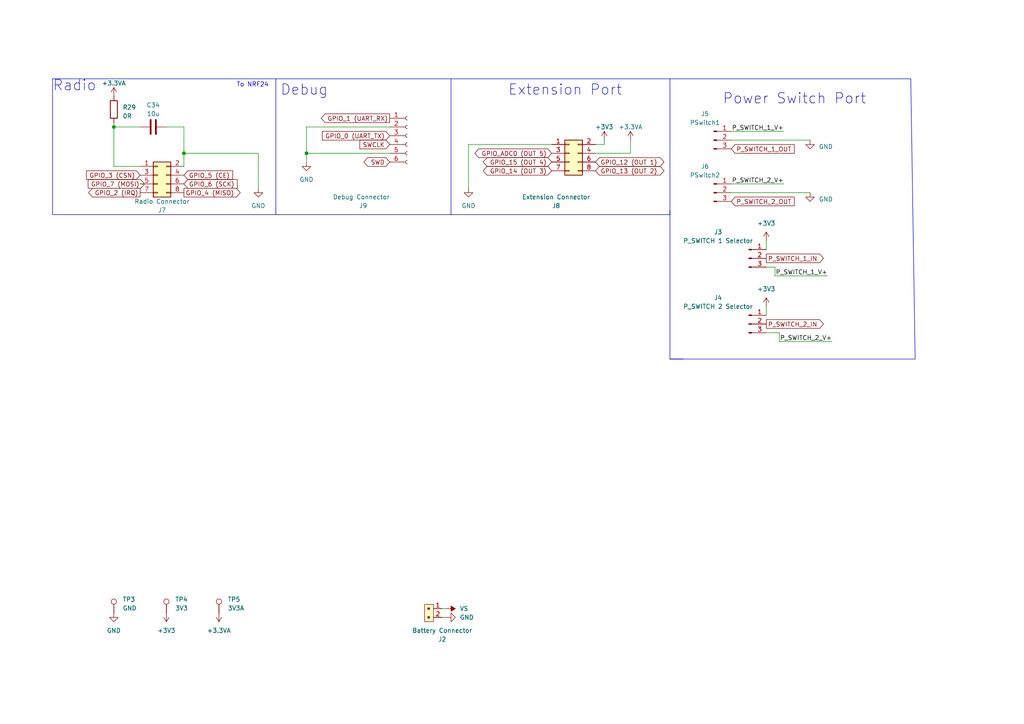
<source format=kicad_sch>
(kicad_sch (version 20230121) (generator eeschema)
  (paper "A4")
  (lib_symbols
    (symbol "Connector:Conn_01x03_Pin" (pin_names (offset 1.016) hide)
      (property "Reference" "J" (at 0 5.08 0))
      (property "Value" "Conn_01x03_Pin" (at 0 -5.08 0))
      (symbol "Conn_01x03_Pin_1_1"
        (polyline (pts (xy 1.27 -2.54) (xy 0.8636 -2.54)) (stroke (width 0.1524)))
        (polyline (pts (xy 1.27 0) (xy 0.8636 0)) (stroke (width 0.1524)))
        (polyline (pts (xy 1.27 2.54) (xy 0.8636 2.54)) (stroke (width 0.1524)))
        (rectangle (start 0.8636 -2.413) (end 0 -2.667) (stroke (width 0.1524)) (fill (type outline)))
        (rectangle (start 0.8636 0.127) (end 0 -0.127) (stroke (width 0.1524)) (fill (type outline)))
        (rectangle (start 0.8636 2.667) (end 0 2.413) (stroke (width 0.1524)) (fill (type outline)))
        (pin passive line (at 5.08 2.54 180) (length 3.81) (name "Pin_1") (number "1"))
        (pin passive line (at 5.08 0 180) (length 3.81) (name "Pin_2") (number "2"))
        (pin passive line (at 5.08 -2.54 180) (length 3.81) (name "Pin_3") (number "3"))
      )
    )
    (symbol "Connector:Conn_01x06_Female" (pin_names (offset 1.016) hide)
      (property "Reference" "J" (at 0 7.62 0))
      (property "Value" "Conn_01x06_Female" (at 0 -10.16 0))
      (symbol "Conn_01x06_Female_1_1"
        (arc (start 0 -7.112) (mid -0.5058 -7.62) (end 0 -8.128) (stroke (width 0.1524)))
        (arc (start 0 -4.572) (mid -0.5058 -5.08) (end 0 -5.588) (stroke (width 0.1524)))
        (arc (start 0 -2.032) (mid -0.5058 -2.54) (end 0 -3.048) (stroke (width 0.1524)))
        (polyline (pts (xy -1.27 -7.62) (xy -0.508 -7.62)) (stroke (width 0.1524)))
        (polyline (pts (xy -1.27 -5.08) (xy -0.508 -5.08)) (stroke (width 0.1524)))
        (polyline (pts (xy -1.27 -2.54) (xy -0.508 -2.54)) (stroke (width 0.1524)))
        (polyline (pts (xy -1.27 0) (xy -0.508 0)) (stroke (width 0.1524)))
        (polyline (pts (xy -1.27 2.54) (xy -0.508 2.54)) (stroke (width 0.1524)))
        (polyline (pts (xy -1.27 5.08) (xy -0.508 5.08)) (stroke (width 0.1524)))
        (arc (start 0 0.508) (mid -0.5058 0) (end 0 -0.508) (stroke (width 0.1524)))
        (arc (start 0 3.048) (mid -0.5058 2.54) (end 0 2.032) (stroke (width 0.1524)))
        (arc (start 0 5.588) (mid -0.5058 5.08) (end 0 4.572) (stroke (width 0.1524)))
        (pin passive line (at -5.08 5.08 0) (length 3.81) (name "Pin_1") (number "1"))
        (pin passive line (at -5.08 2.54 0) (length 3.81) (name "Pin_2") (number "2"))
        (pin passive line (at -5.08 0 0) (length 3.81) (name "Pin_3") (number "3"))
        (pin passive line (at -5.08 -2.54 0) (length 3.81) (name "Pin_4") (number "4"))
        (pin passive line (at -5.08 -5.08 0) (length 3.81) (name "Pin_5") (number "5"))
        (pin passive line (at -5.08 -7.62 0) (length 3.81) (name "Pin_6") (number "6"))
      )
    )
    (symbol "Connector:TestPoint" (pin_numbers hide) (pin_names (offset 0.762) hide)
      (property "Reference" "TP" (at 0 6.858 0))
      (property "Value" "TestPoint" (at 0 5.08 0))
      (symbol "TestPoint_0_1"
        (circle (center 0 3.302) (radius 0.762))
      )
      (symbol "TestPoint_1_1"
        (pin passive line (at 0 0 90) (length 2.54) (name "1") (number "1"))
      )
    )
    (symbol "Connector_Generic:Conn_02x04_Odd_Even" (pin_names (offset 1.016) hide)
      (property "Reference" "J" (at 1.27 5.08 0))
      (property "Value" "Conn_02x04_Odd_Even" (at 1.27 -7.62 0))
      (symbol "Conn_02x04_Odd_Even_1_1"
        (rectangle (start -1.27 -4.953) (end 0 -5.207) (stroke (width 0.1524)))
        (rectangle (start -1.27 -2.413) (end 0 -2.667) (stroke (width 0.1524)))
        (rectangle (start -1.27 0.127) (end 0 -0.127) (stroke (width 0.1524)))
        (rectangle (start -1.27 2.667) (end 0 2.413) (stroke (width 0.1524)))
        (rectangle (start -1.27 3.81) (end 3.81 -6.35) (stroke (width 0.254)) (fill (type background)))
        (rectangle (start 3.81 -4.953) (end 2.54 -5.207) (stroke (width 0.1524)))
        (rectangle (start 3.81 -2.413) (end 2.54 -2.667) (stroke (width 0.1524)))
        (rectangle (start 3.81 0.127) (end 2.54 -0.127) (stroke (width 0.1524)))
        (rectangle (start 3.81 2.667) (end 2.54 2.413) (stroke (width 0.1524)))
        (pin passive line (at -5.08 2.54 0) (length 3.81) (name "Pin_1") (number "1"))
        (pin passive line (at 7.62 2.54 180) (length 3.81) (name "Pin_2") (number "2"))
        (pin passive line (at -5.08 0 0) (length 3.81) (name "Pin_3") (number "3"))
        (pin passive line (at 7.62 0 180) (length 3.81) (name "Pin_4") (number "4"))
        (pin passive line (at -5.08 -2.54 0) (length 3.81) (name "Pin_5") (number "5"))
        (pin passive line (at 7.62 -2.54 180) (length 3.81) (name "Pin_6") (number "6"))
        (pin passive line (at -5.08 -5.08 0) (length 3.81) (name "Pin_7") (number "7"))
        (pin passive line (at 7.62 -5.08 180) (length 3.81) (name "Pin_8") (number "8"))
      )
    )
    (symbol "Device:C" (pin_numbers hide) (pin_names (offset 0.254))
      (property "Reference" "C" (at 0.635 2.54 0))
      (property "Value" "C" (at 0.635 -2.54 0))
      (symbol "C_0_1"
        (polyline (pts (xy -2.032 -0.762) (xy 2.032 -0.762)) (stroke (width 0.508)))
        (polyline (pts (xy -2.032 0.762) (xy 2.032 0.762)) (stroke (width 0.508)))
      )
      (symbol "C_1_1"
        (pin passive line (at 0 3.81 270) (length 2.794) (name "~") (number "1"))
        (pin passive line (at 0 -3.81 90) (length 2.794) (name "~") (number "2"))
      )
    )
    (symbol "Device:R" (pin_numbers hide) (pin_names (offset 0))
      (property "Reference" "R" (at 2.032 0 90))
      (property "Value" "R" (at 0 0 90))
      (symbol "R_0_1"
        (rectangle (start -1.016 -2.54) (end 1.016 2.54) (stroke (width 0.254)))
      )
      (symbol "R_1_1"
        (pin passive line (at 0 3.81 270) (length 1.27) (name "~") (number "1"))
        (pin passive line (at 0 -3.81 90) (length 1.27) (name "~") (number "2"))
      )
    )
    (symbol "PCM_4ms_Power-symbol:GND" (power) (pin_names (offset 0))
      (property "Value" "GND" (at 0 -3.81 0))
      (symbol "GND_0_1"
        (polyline (pts (xy 0 0) (xy 0 -1.27) (xy 1.27 -1.27) (xy 0 -2.54) (xy -1.27 -1.27) (xy 0 -1.27)))
      )
      (symbol "GND_1_1"
        (pin power_in line (at 0 0 270) (length 0) hide (name "GND") (number "1"))
      )
    )
    (symbol "dk_Rectangular-Connectors-Headers-Male-Pins:S2B-PH-K-S_LF__SN_" (pin_names (offset 1.016))
      (property "Reference" "J4" (at -1.27 6.35 90))
      (property "Value" "S2B-EH(LF)(SN)" (at -3.81 3.81 90))
      (symbol "S2B-PH-K-S_LF__SN__1_1"
        (rectangle (start -1.27 0) (end 3.81 -2.54) (fill (type background)))
        (rectangle (start -0.254 -1.143) (end 0.254 -1.651) (fill (type outline)))
        (rectangle (start 2.286 -1.143) (end 2.794 -1.651) (fill (type outline)))
        (pin power_out line (at 0 2.54 270) (length 2.54) (name "~") (number "1"))
        (pin power_in line (at 2.54 2.54 270) (length 2.54) (name "~") (number "2"))
      )
    )
    (symbol "power:+3.3VA" (power) (pin_names (offset 0))
      (property "Value" "+3.3VA" (at 0 3.556 0))
      (symbol "+3.3VA_0_1"
        (polyline (pts (xy -0.762 1.27) (xy 0 2.54)))
        (polyline (pts (xy 0 0) (xy 0 2.54)))
        (polyline (pts (xy 0 2.54) (xy 0.762 1.27)))
      )
      (symbol "+3.3VA_1_1"
        (pin power_in line (at 0 0 90) (length 0) hide (name "+3.3VA") (number "1"))
      )
    )
    (symbol "power:+3V3" (power) (pin_names (offset 0))
      (property "Value" "+3V3" (at 0 3.556 0))
      (symbol "+3V3_0_1"
        (polyline (pts (xy -0.762 1.27) (xy 0 2.54)))
        (polyline (pts (xy 0 0) (xy 0 2.54)))
        (polyline (pts (xy 0 2.54) (xy 0.762 1.27)))
      )
      (symbol "+3V3_1_1"
        (pin power_in line (at 0 0 90) (length 0) hide (name "+3V3") (number "1"))
      )
    )
    (symbol "power:GND" (power) (pin_names (offset 0))
      (property "Value" "GND" (at 0 -3.81 0))
      (symbol "GND_0_1"
        (polyline (pts (xy 0 0) (xy 0 -1.27) (xy 1.27 -1.27) (xy 0 -2.54) (xy -1.27 -1.27) (xy 0 -1.27)))
      )
      (symbol "GND_1_1"
        (pin power_in line (at 0 0 270) (length 0) hide (name "GND") (number "1"))
      )
    )
    (symbol "power:VS" (power) (pin_names (offset 0))
      (property "Value" "VS" (at 0 3.81 0))
      (symbol "VS_0_1"
        (polyline (pts (xy 0 0) (xy 0 2.54)))
        (polyline (pts (xy 0.762 1.27) (xy -0.762 1.27) (xy 0 2.54) (xy 0.762 1.27)) (fill (type outline)))
      )
      (symbol "VS_1_1"
        (pin power_in line (at 0 0 90) (length 0) hide (name "VS") (number "1"))
      )
    )
  )
  (junction (at 53.34 44.45))
  (junction (at 88.9 44.45))
  (junction (at 33.02 36.83))
  (polyline (pts (xy 15.24 22.86) (xy 80.01 22.86)))
  (wire (pts (xy 88.9 36.83) (xy 113.03 36.83)))
  (polyline (pts (xy 130.81 22.86) (xy 194.31 22.86)))
  (polyline (pts (xy 194.31 22.86) (xy 264.16 22.86)))
  (polyline (pts (xy 265.43 104.14) (xy 194.31 104.14)))
  (wire (pts (xy 226.06 99.06) (xy 226.06 96.52)))
  (wire (pts (xy 135.89 54.61) (xy 135.89 41.91)))
  (wire (pts (xy 182.88 40.64) (xy 182.88 44.45)))
  (wire (pts (xy 33.02 35.56) (xy 33.02 36.83)))
  (wire (pts (xy 222.25 69.85) (xy 222.25 72.39)))
  (wire (pts (xy 222.25 88.9) (xy 222.25 91.44)))
  (wire (pts (xy 48.26 36.83) (xy 53.34 36.83)))
  (wire (pts (xy 182.88 44.45) (xy 172.72 44.45)))
  (polyline (pts (xy 130.81 22.86) (xy 130.81 62.23)))
  (wire (pts (xy 129.54 179.07) (xy 128.27 179.07)))
  (polyline (pts (xy 194.31 104.14) (xy 198.12 104.14)))
  (wire (pts (xy 227.33 38.1) (xy 212.09 38.1)))
  (polyline (pts (xy 80.01 22.86) (xy 80.01 62.23)))
  (wire (pts (xy 224.79 80.01) (xy 240.03 80.01)))
  (wire (pts (xy 33.02 36.83) (xy 33.02 48.26)))
  (polyline (pts (xy 130.81 62.23) (xy 194.31 62.23)))
  (polyline (pts (xy 194.31 62.23) (xy 194.31 104.14)))
  (polyline (pts (xy 80.01 62.23) (xy 15.24 62.23)))
  (wire (pts (xy 33.02 48.26) (xy 40.64 48.26)))
  (wire (pts (xy 226.06 96.52) (xy 222.25 96.52)))
  (wire (pts (xy 129.54 176.53) (xy 128.27 176.53)))
  (wire (pts (xy 175.26 41.91) (xy 172.72 41.91)))
  (wire (pts (xy 88.9 44.45) (xy 113.03 44.45)))
  (wire (pts (xy 88.9 44.45) (xy 88.9 36.83)))
  (wire (pts (xy 234.95 55.88) (xy 212.09 55.88)))
  (wire (pts (xy 234.95 40.64) (xy 212.09 40.64)))
  (wire (pts (xy 53.34 44.45) (xy 74.93 44.45)))
  (wire (pts (xy 224.79 77.47) (xy 224.79 80.01)))
  (polyline (pts (xy 264.16 22.86) (xy 265.43 104.14)))
  (wire (pts (xy 88.9 46.99) (xy 88.9 44.45)))
  (wire (pts (xy 241.3 99.06) (xy 226.06 99.06)))
  (wire (pts (xy 53.34 36.83) (xy 53.34 44.45)))
  (polyline (pts (xy 194.31 62.23) (xy 194.31 60.96)))
  (polyline (pts (xy 130.81 62.23) (xy 80.01 62.23)))
  (wire (pts (xy 74.93 44.45) (xy 74.93 54.61)))
  (wire (pts (xy 222.25 77.47) (xy 224.79 77.47)))
  (polyline (pts (xy 15.24 22.86) (xy 15.24 62.23)))
  (wire (pts (xy 33.02 36.83) (xy 40.64 36.83)))
  (wire (pts (xy 135.89 41.91) (xy 160.02 41.91)))
  (wire (pts (xy 227.33 53.34) (xy 212.09 53.34)))
  (polyline (pts (xy 194.31 22.86) (xy 194.31 62.23)))
  (wire (pts (xy 175.26 40.64) (xy 175.26 41.91)))
  (polyline (pts (xy 80.01 22.86) (xy 130.81 22.86)))
  (wire (pts (xy 53.34 44.45) (xy 53.34 48.26)))
  (wire (pts (xy 40.64 53.34) (xy 41.91 53.34)))
  (text "Extension Port" (at 147.32 27.94 0) (effects (font (size 3 3)) (justify left bottom)))
  (text "Power Switch Port" (at 209.55 30.48 0) (effects (font (size 3 3)) (justify left bottom)))
  (text "Radio" (at 15.24 26.67 0) (effects (font (size 3 3)) (justify left bottom)))
  (text "Debug" (at 81.28 27.94 0) (effects (font (size 3 3)) (justify left bottom)))
  (text "To NRF24" (at 68.58 25.4 0) (effects (font (size 1.27 1.27)) (justify left bottom)))
  (label "P_SWITCH_1_V+" (at 227.33 38.1 180))
  (label "P_SWITCH_1_V+" (at 240.03 80.01 180))
  (label "P_SWITCH_2_V+" (at 241.3 99.06 180))
  (label "P_SWITCH_2_V+" (at 227.33 53.34 180))
  (global_label "GPIO_6 (SCK)" (shape input) (at 53.34 53.34 0) (property "Intersheetrefs" "${INTERSHEET_REFS}" (effects hide)))
  (global_label "GPIO_0 (UART_TX)" (shape input) (at 113.03 39.37 180) (property "Intersheetrefs" "${INTERSHEET_REFS}" (effects hide)))
  (global_label "P_SWITCH_1_OUT" (shape input) (at 212.09 43.18 0) (property "Intersheetrefs" "${INTERSHEET_REFS}" (effects hide)))
  (global_label "GPIO_13 (OUT 2)" (shape bidirectional) (at 172.72 49.53 0) (property "Intersheetrefs" "${INTERSHEET_REFS}" (effects hide)))
  (global_label "GPIO_5 (CE)" (shape input) (at 53.34 50.8 0) (property "Intersheetrefs" "${INTERSHEET_REFS}" (effects hide)))
  (global_label "GPIO_15 (OUT 4)" (shape bidirectional) (at 160.02 46.99 180) (property "Intersheetrefs" "${INTERSHEET_REFS}" (effects hide)))
  (global_label "SWCLK" (shape input) (at 113.03 41.91 180) (property "Intersheetrefs" "${INTERSHEET_REFS}" (effects hide)))
  (global_label "P_SWITCH_2_OUT" (shape input) (at 212.09 58.42 0) (property "Intersheetrefs" "${INTERSHEET_REFS}" (effects hide)))
  (global_label "P_SWITCH_2_IN" (shape output) (at 222.25 93.98 0) (property "Intersheetrefs" "${INTERSHEET_REFS}" (effects hide)))
  (global_label "GPIO_4 (MISO)" (shape output) (at 53.34 55.88 0) (property "Intersheetrefs" "${INTERSHEET_REFS}" (effects hide)))
  (global_label "SWD" (shape bidirectional) (at 113.03 46.99 180) (property "Intersheetrefs" "${INTERSHEET_REFS}" (effects hide)))
  (global_label "GPIO_2 (IRQ)" (shape output) (at 40.64 55.88 180) (property "Intersheetrefs" "${INTERSHEET_REFS}" (effects hide)))
  (global_label "GPIO_3 (CSN)" (shape input) (at 40.64 50.8 180) (property "Intersheetrefs" "${INTERSHEET_REFS}" (effects hide)))
  (global_label "GPIO_7 (MOSI)" (shape input) (at 41.91 53.34 180) (property "Intersheetrefs" "${INTERSHEET_REFS}" (effects hide)))
  (global_label "GPIO_14 (OUT 3)" (shape bidirectional) (at 160.02 49.53 180) (property "Intersheetrefs" "${INTERSHEET_REFS}" (effects hide)))
  (global_label "GPIO_ADC0 (OUT 5)" (shape bidirectional) (at 160.02 44.45 180) (property "Intersheetrefs" "${INTERSHEET_REFS}" (effects hide)))
  (global_label "P_SWITCH_1_IN" (shape output) (at 222.25 74.93 0) (property "Intersheetrefs" "${INTERSHEET_REFS}" (effects hide)))
  (global_label "GPIO_12 (OUT 1)" (shape bidirectional) (at 172.72 46.99 0) (property "Intersheetrefs" "${INTERSHEET_REFS}" (effects hide)))
  (global_label "GPIO_1 (UART_RX)" (shape output) (at 113.03 34.29 180) (property "Intersheetrefs" "${INTERSHEET_REFS}" (effects hide)))
  (symbol (lib_id "power:+3V3") (at 48.26 177.8 180) (unit 1)
    (property "Reference" "#PWR064" (effects hide))
    (property "Value" "+3V3" (at 48.26 182.88 0))
    (instances (project "RpiFly v3" (path "" (reference "#PWR064") (unit 1))) (project "Flight Computer v2" (path "" (reference "#PWR055") (unit 1))))
  )
  (symbol (lib_id "Connector:Conn_01x06_Female") (at 118.11 39.37 0) (unit 1)
    (property "Reference" "J9" (at 104.14 59.69 0) (effects (justify left)))
    (property "Value" "Debug Connector" (at 96.52 57.15 0) (effects (justify left)))
    (property "Footprint" "Connector_JST:JST_SH_SM06B-SRSS-TB_1x06-1MP_P1.00mm_Horizontal" (effects hide))
    (instances (project "RpiFly v3" (path "" (reference "J9") (unit 1))) (project "Flight Computer v2" (path "" (reference "J3") (unit 1))))
  )
  (symbol (lib_id "Connector:Conn_01x03_Pin") (at 217.17 93.98 0) (unit 1)
    (property "Reference" "J4" (at 208.28 86.36 0))
    (property "Value" "P_SWITCH 2 Selector" (at 208.28 88.9 0))
    (property "Footprint" "Connector_PinHeader_2.54mm:PinHeader_1x03_P2.54mm_Vertical" (effects hide))
    (instances (project "RpiFly v3" (path "" (reference "J4") (unit 1))) (project "Flight Computer v2" (path "" (reference "J8") (unit 1)) (path "" (reference "J10") (unit 1))))
  )
  (symbol (lib_id "power:GND") (at 129.54 179.07 90) (unit 1)
    (property "Reference" "#PWR065" (effects hide))
    (property "Value" "GND" (at 133.35 179.0699 90) (effects (justify right)))
    (instances (project "RpiFly v3" (path "" (reference "#PWR065") (unit 1))) (project "Flight Computer v2" (path "" (reference "#PWR056") (unit 1))))
  )
  (symbol (lib_id "power:+3V3") (at 222.25 88.9 0) (unit 1)
    (property "Reference" "#PWR061" (effects hide))
    (property "Value" "+3V3" (at 222.25 83.82 0))
    (instances (project "RpiFly v3" (path "" (reference "#PWR061") (unit 1))) (project "Flight Computer v2" (path "" (reference "#PWR052") (unit 1)) (path "" (reference "#PWR046") (unit 1))))
  )
  (symbol (lib_id "Connector:Conn_01x03_Pin") (at 207.01 40.64 0) (unit 1)
    (property "Reference" "J5" (at 204.47 33.02 0))
    (property "Value" "PSwitch1" (at 204.47 35.56 0))
    (property "Footprint" "Connector_JST:JST_PH_S3B-PH-K_1x03_P2.00mm_Horizontal" (effects hide))
  )
  (symbol (lib_id "Connector:TestPoint") (at 48.26 177.8 0) (unit 1)
    (property "Reference" "TP4" (at 50.8 173.863 0) (effects (justify left)))
    (property "Value" "3V3" (at 50.8 176.403 0) (effects (justify left)))
    (property "Footprint" "TestPoint:TestPoint_Pad_D1.0mm" (effects hide))
  )
  (symbol (lib_id "Connector:TestPoint") (at 33.02 177.8 0) (unit 1)
    (property "Reference" "TP3" (at 35.56 173.863 0) (effects (justify left)))
    (property "Value" "GND" (at 35.56 176.403 0) (effects (justify left)))
    (property "Footprint" "TestPoint:TestPoint_Pad_D1.0mm" (effects hide))
  )
  (symbol (lib_id "Connector_Generic:Conn_02x04_Odd_Even") (at 165.1 44.45 0) (unit 1)
    (property "Reference" "J8" (at 161.29 59.69 0))
    (property "Value" "Extension Connector" (at 161.29 57.15 0))
    (property "Footprint" "Connector_PinSocket_2.54mm:PinSocket_2x04_P2.54mm_Vertical" (effects hide))
    (property "Datasheet" "61200821621" (effects hide))
    (instances (project "RpiFly v3" (path "" (reference "J8") (unit 1))) (project "Flight Computer v2" (path "" (reference "J4") (unit 1))))
  )
  (symbol (lib_id "PCM_4ms_Power-symbol:GND") (at 234.95 40.64 0) (unit 1)
    (property "Reference" "#PWR055" (effects hide))
    (property "Value" "GND" (at 237.49 42.545 0) (effects (justify left)))
    (instances (project "RpiFly v3" (path "" (reference "#PWR055") (unit 1))) (project "Flight Computer v2" (path "" (reference "#PWR047") (unit 1))))
  )
  (symbol (lib_id "power:+3.3VA") (at 33.02 27.94 0) (unit 1)
    (property "Reference" "#PWR052" (effects hide))
    (property "Value" "+3.3VA" (at 33.02 24.13 0))
  )
  (symbol (lib_id "PCM_4ms_Power-symbol:GND") (at 74.93 54.61 0) (unit 1)
    (property "Reference" "#PWR057" (effects hide))
    (property "Value" "GND" (at 74.93 59.69 0))
  )
  (symbol (lib_id "Connector:Conn_01x03_Pin") (at 207.01 55.88 0) (unit 1)
    (property "Reference" "J6" (at 204.47 48.26 0))
    (property "Value" "PSwitch2" (at 204.47 50.8 0))
    (property "Footprint" "Connector_JST:JST_PH_S3B-PH-K_1x03_P2.00mm_Horizontal" (effects hide))
  )
  (symbol (lib_id "Connector_Generic:Conn_02x04_Odd_Even") (at 45.72 50.8 0) (unit 1)
    (property "Reference" "J7" (at 46.99 60.96 0))
    (property "Value" "Radio Connector" (at 46.99 58.42 0))
    (property "Footprint" "Connector_PinSocket_2.54mm:PinSocket_2x04_P2.54mm_Vertical" (effects hide))
    (property "Datasheet" "61200821621" (effects hide))
    (instances (project "RpiFly v3" (path "" (reference "J7") (unit 1))) (project "Flight Computer v2" (path "" (reference "J2") (unit 1))))
  )
  (symbol (lib_id "Connector:Conn_01x03_Pin") (at 217.17 74.93 0) (unit 1)
    (property "Reference" "J3" (at 208.28 67.31 0))
    (property "Value" "P_SWITCH 1 Selector" (at 208.28 69.85 0))
    (property "Footprint" "Connector_PinHeader_2.54mm:PinHeader_1x03_P2.54mm_Vertical" (effects hide))
    (instances (project "RpiFly v3" (path "" (reference "J3") (unit 1))) (project "Flight Computer v2" (path "" (reference "J7") (unit 1)) (path "" (reference "J10") (unit 1))))
  )
  (symbol (lib_id "Device:R") (at 33.02 31.75 0) (unit 1)
    (property "Reference" "R29" (at 35.56 31.115 0) (effects (justify left)))
    (property "Value" "0R" (at 35.56 33.655 0) (effects (justify left)))
    (property "Footprint" "Resistor_SMD:R_0603_1608Metric" (effects hide))
  )
  (symbol (lib_id "power:GND") (at 88.9 46.99 0) (unit 1)
    (property "Reference" "#PWR056" (effects hide))
    (property "Value" "GND" (at 88.9 52.07 0))
    (instances (project "RpiFly v3" (path "" (reference "#PWR056") (unit 1))) (project "Flight Computer v2" (path "" (reference "#PWR048") (unit 1))))
  )
  (symbol (lib_id "power:+3.3VA") (at 182.88 40.64 0) (unit 1)
    (property "Reference" "#PWR054" (effects hide))
    (property "Value" "+3.3VA" (at 182.88 36.83 0))
  )
  (symbol (lib_id "power:GND") (at 33.02 177.8 0) (unit 1)
    (property "Reference" "#PWR063" (effects hide))
    (property "Value" "GND" (at 33.02 182.88 0))
    (instances (project "RpiFly v3" (path "" (reference "#PWR063") (unit 1))) (project "Flight Computer v2" (path "" (reference "#PWR054") (unit 1))))
  )
  (symbol (lib_id "power:+3V3") (at 222.25 69.85 0) (unit 1)
    (property "Reference" "#PWR060" (effects hide))
    (property "Value" "+3V3" (at 222.25 64.77 0))
    (instances (project "RpiFly v3" (path "" (reference "#PWR060") (unit 1))) (project "Flight Computer v2" (path "" (reference "#PWR051") (unit 1)) (path "" (reference "#PWR046") (unit 1))))
  )
  (symbol (lib_id "power:+3.3VA") (at 63.5 177.8 180) (unit 1)
    (property "Reference" "#PWR066" (effects hide))
    (property "Value" "+3.3VA" (at 63.5 182.88 0))
  )
  (symbol (lib_id "power:GND") (at 135.89 54.61 0) (unit 1)
    (property "Reference" "#PWR058" (effects hide))
    (property "Value" "GND" (at 135.89 59.69 0))
    (instances (project "RpiFly v3" (path "" (reference "#PWR058") (unit 1))) (project "Flight Computer v2" (path "" (reference "#PWR049") (unit 1))))
  )
  (symbol (lib_id "dk_Rectangular-Connectors-Headers-Male-Pins:S2B-PH-K-S_LF__SN_") (at 125.73 176.53 270) (unit 1)
    (property "Reference" "J2" (at 128.27 185.42 90))
    (property "Value" "Battery Connector" (at 128.27 182.88 90))
    (property "Footprint" "Connector_JST:JST_PH_S2B-PH-K_1x02_P2.00mm_Horizontal" (effects hide))
    (property "Description" "CONN HEADER R/A 2POS 2MM" (effects hide))
    (property "Manufacturer" "JST Sales America Inc." (effects hide))
    (property "Status" "Active" (effects hide))
    (instances (project "RpiFly v3" (path "" (reference "J2") (unit 1))) (project "Flight Computer v2" (path "" (reference "J9") (unit 1))))
  )
  (symbol (lib_id "Connector:TestPoint") (at 63.5 177.8 0) (unit 1)
    (property "Reference" "TP5" (at 66.04 173.863 0) (effects (justify left)))
    (property "Value" "3V3A" (at 66.04 176.403 0) (effects (justify left)))
    (property "Footprint" "TestPoint:TestPoint_Pad_D1.0mm" (effects hide))
    (instances (project "RpiFly v3" (path "" (reference "TP5") (unit 1))) (project "Flight Computer v2" (path "" (reference "TP4") (unit 1))))
  )
  (symbol (lib_id "power:+3V3") (at 175.26 40.64 0) (unit 1)
    (property "Reference" "#PWR053" (effects hide))
    (property "Value" "+3V3" (at 175.26 36.83 0))
    (instances (project "RpiFly v3" (path "" (reference "#PWR053") (unit 1))) (project "Flight Computer v2" (path "" (reference "#PWR045") (unit 1))))
  )
  (symbol (lib_id "Device:C") (at 44.45 36.83 90) (unit 1)
    (property "Reference" "C34" (at 44.45 30.48 90))
    (property "Value" "10u" (at 44.45 33.02 90))
    (property "Footprint" "Capacitor_SMD:C_0603_1608Metric" (effects hide))
    (instances (project "RpiFly v3" (path "" (reference "C34") (unit 1))) (project "Flight Computer v2" (path "" (reference "C29") (unit 1))))
  )
  (symbol (lib_id "PCM_4ms_Power-symbol:GND") (at 234.95 55.88 0) (unit 1)
    (property "Reference" "#PWR059" (effects hide))
    (property "Value" "GND" (at 237.49 57.785 0) (effects (justify left)))
    (instances (project "RpiFly v3" (path "" (reference "#PWR059") (unit 1))) (project "Flight Computer v2" (path "" (reference "#PWR050") (unit 1))))
  )
  (symbol (lib_id "power:VS") (at 129.54 176.53 270) (unit 1)
    (property "Reference" "#PWR062" (effects hide))
    (property "Value" "VS" (at 133.35 176.5299 90) (effects (justify left)))
    (instances (project "RpiFly v3" (path "" (reference "#PWR062") (unit 1))) (project "Flight Computer v2" (path "" (reference "#PWR053") (unit 1))))
  )
)
</source>
